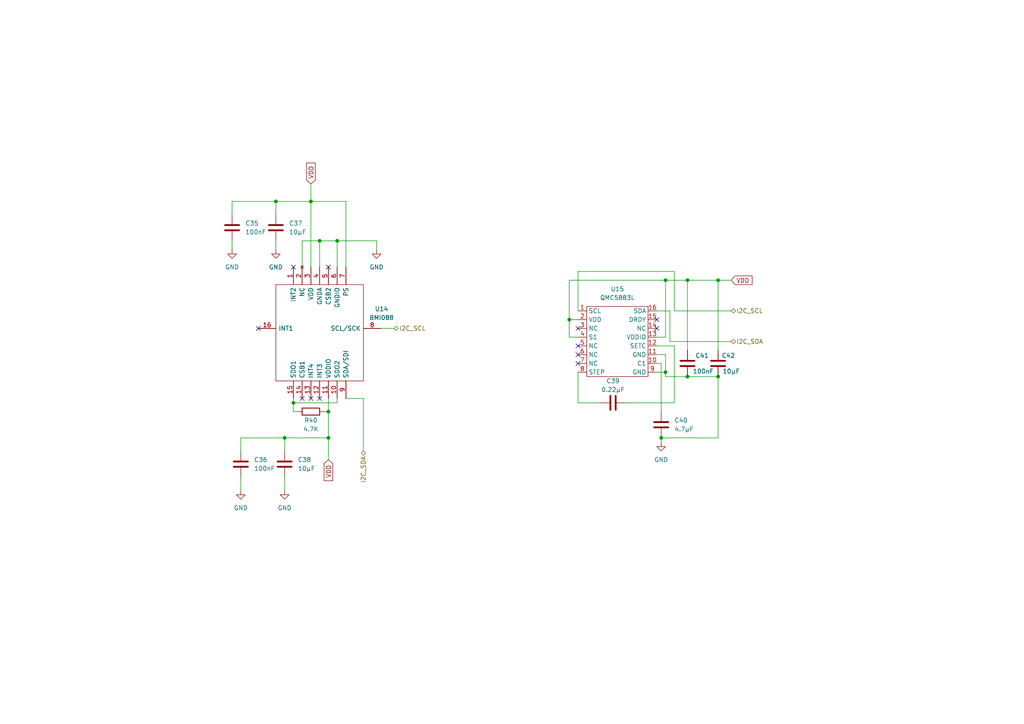
<source format=kicad_sch>
(kicad_sch (version 20231120) (generator "eeschema") (generator_version "8.0")
  (paper "A4")
  (lib_symbols
    (symbol "Device:C" (pin_numbers hide) (pin_names (offset 0.254))
      (property "Reference" "C" (at 0.635 2.54 0))
      (property "Value" "C" (at 0.635 -2.54 0))
      (symbol "C_0_1"
        (polyline (pts (xy -2.032 -0.762) (xy 2.032 -0.762)) (stroke (width 0.508)))
        (polyline (pts (xy -2.032 0.762) (xy 2.032 0.762)) (stroke (width 0.508)))
      )
      (symbol "C_1_1"
        (pin passive line (at 0 3.81 270) (length 2.794) (name "~") (number "1"))
        (pin passive line (at 0 -3.81 90) (length 2.794) (name "~") (number "2"))
      )
    )
    (symbol "Device:R" (pin_numbers hide) (pin_names (offset 0))
      (property "Reference" "R" (at 2.032 0 90))
      (property "Value" "R" (at 0 0 90))
      (symbol "R_0_1"
        (rectangle (start -1.016 -2.54) (end 1.016 2.54) (stroke (width 0.254)))
      )
      (symbol "R_1_1"
        (pin passive line (at 0 3.81 270) (length 1.27) (name "~") (number "1"))
        (pin passive line (at 0 -3.81 90) (length 1.27) (name "~") (number "2"))
      )
    )
    (symbol "SamacSys_Parts:BMI088" (pin_names (offset 0.762))
      (property "Reference" "IC" (at 31.75 17.78 0))
      (property "Value" "BMI088" (at 31.75 15.24 0))
      (symbol "BMI088_0_0"
        (pin passive line (at 10.16 17.78 270) (length 5.08) (name "INT2") (number "1"))
        (pin passive line (at 22.86 -20.32 90) (length 5.08) (name "SDO2") (number "10"))
        (pin passive line (at 20.32 -20.32 90) (length 5.08) (name "VDDIO") (number "11"))
        (pin passive line (at 17.78 -20.32 90) (length 5.08) (name "INT3") (number "12"))
        (pin passive line (at 15.24 -20.32 90) (length 5.08) (name "INT4") (number "13"))
        (pin passive line (at 12.7 -20.32 90) (length 5.08) (name "CSB1") (number "14"))
        (pin passive line (at 10.16 -20.32 90) (length 5.08) (name "SDO1") (number "15"))
        (pin passive line (at 0 0 0) (length 5.08) (name "INT1") (number "16"))
        (pin no_connect line (at 12.7 17.78 270) (length 5.08) (name "NC") (number "2"))
        (pin passive line (at 15.24 17.78 270) (length 5.08) (name "VDD") (number "3"))
        (pin passive line (at 17.78 17.78 270) (length 5.08) (name "GNDA") (number "4"))
        (pin passive line (at 20.32 17.78 270) (length 5.08) (name "CSB2") (number "5"))
        (pin passive line (at 22.86 17.78 270) (length 5.08) (name "GNDIO") (number "6"))
        (pin passive line (at 25.4 17.78 270) (length 5.08) (name "PS") (number "7"))
        (pin passive line (at 35.56 0 180) (length 5.08) (name "SCL/SCK") (number "8"))
        (pin passive line (at 25.4 -20.32 90) (length 5.08) (name "SDA/SDI") (number "9"))
      )
      (symbol "BMI088_0_1"
        (polyline (pts (xy 5.08 12.7) (xy 30.48 12.7) (xy 30.48 -15.24) (xy 5.08 -15.24) (xy 5.08 12.7)) (stroke (width 0.1524)))
      )
    )
    (symbol "WOBCLibrary:_QMC5883L"
      (property "Reference" "U" (at 0 2.54 0))
      (property "シンボル名" "_QMC5883L" (at 0 0 0))
      (symbol "_QMC5883L_0_1"
        (rectangle (start -8.89 -2.54) (end 8.89 -22.86))
      )
      (symbol "_QMC5883L_1_1"
        (pin input line (at -11.43 -3.81 0) (length 2.54) (name "SCL") (number "1"))
        (pin input line (at 11.43 -19.05 180) (length 2.54) (name "C1") (number "10"))
        (pin input line (at 11.43 -16.51 180) (length 2.54) (name "GND") (number "11"))
        (pin input line (at 11.43 -13.97 180) (length 2.54) (name "SETC") (number "12"))
        (pin input line (at 11.43 -11.43 180) (length 2.54) (name "VDDIO") (number "13"))
        (pin input line (at 11.43 -8.89 180) (length 2.54) (name "NC") (number "14"))
        (pin input line (at 11.43 -6.35 180) (length 2.54) (name "DRDY") (number "15"))
        (pin input line (at 11.43 -3.81 180) (length 2.54) (name "SDA") (number "16"))
        (pin input line (at -11.43 -6.35 0) (length 2.54) (name "VDD") (number "2"))
        (pin input line (at -11.43 -8.89 0) (length 2.54) (name "NC") (number "3"))
        (pin input line (at -11.43 -11.43 0) (length 2.54) (name "S1") (number "4"))
        (pin input line (at -11.43 -13.97 0) (length 2.54) (name "NC") (number "5"))
        (pin input line (at -11.43 -16.51 0) (length 2.54) (name "NC") (number "6"))
        (pin input line (at -11.43 -19.05 0) (length 2.54) (name "NC") (number "7"))
        (pin input line (at -11.43 -21.59 0) (length 2.54) (name "STEP") (number "8"))
        (pin input line (at 11.43 -21.59 180) (length 2.54) (name "GND") (number "9"))
      )
    )
    (symbol "power:GND" (power) (pin_names (offset 0))
      (property "Value" "GND" (at 0 -3.81 0))
      (symbol "GND_0_1"
        (polyline (pts (xy 0 0) (xy 0 -1.27) (xy 1.27 -1.27) (xy 0 -2.54) (xy -1.27 -1.27) (xy 0 -1.27)))
      )
      (symbol "GND_1_1"
        (pin power_in line (at 0 0 270) (length 0) hide (name "GND") (number "1"))
      )
    )
  )
  (junction (at 95.25 127))
  (junction (at 193.04 107.95))
  (junction (at 208.28 109.22))
  (junction (at 191.77 127))
  (junction (at 85.09 116.84))
  (junction (at 82.55 127))
  (junction (at 208.28 81.28))
  (junction (at 97.79 69.85))
  (junction (at 80.01 58.42))
  (junction (at 193.04 81.28))
  (junction (at 90.17 58.42))
  (junction (at 92.71 69.85))
  (junction (at 199.39 81.28))
  (junction (at 95.25 119.38))
  (junction (at 199.39 109.22))
  (junction (at 165.1 92.71))
  (no_connect (at 90.17 115.57))
  (no_connect (at 190.5 92.71))
  (no_connect (at 167.64 100.33))
  (no_connect (at 85.09 77.47))
  (no_connect (at 95.25 77.47))
  (no_connect (at 92.71 115.57))
  (no_connect (at 167.64 95.25))
  (no_connect (at 87.63 115.57))
  (no_connect (at 190.5 95.25))
  (no_connect (at 74.93 95.25))
  (no_connect (at 167.64 102.87))
  (no_connect (at 167.64 105.41))
  (wire (pts (xy 80.01 69.85) (xy 80.01 72.39)))
  (wire (pts (xy 100.33 58.42) (xy 90.17 58.42)))
  (wire (pts (xy 87.63 69.85) (xy 92.71 69.85)))
  (wire (pts (xy 97.79 69.85) (xy 109.22 69.85)))
  (wire (pts (xy 86.36 119.38) (xy 85.09 119.38)))
  (wire (pts (xy 167.64 107.95) (xy 167.64 116.84)))
  (wire (pts (xy 165.1 97.79) (xy 167.64 97.79)))
  (wire (pts (xy 165.1 81.28) (xy 165.1 92.71)))
  (wire (pts (xy 67.31 58.42) (xy 80.01 58.42)))
  (wire (pts (xy 208.28 127) (xy 191.77 127)))
  (wire (pts (xy 167.64 92.71) (xy 165.1 92.71)))
  (wire (pts (xy 97.79 69.85) (xy 97.79 77.47)))
  (wire (pts (xy 90.17 53.34) (xy 90.17 58.42)))
  (wire (pts (xy 80.01 62.23) (xy 80.01 58.42)))
  (wire (pts (xy 105.41 115.57) (xy 105.41 130.81)))
  (wire (pts (xy 191.77 127) (xy 191.77 128.27)))
  (wire (pts (xy 85.09 116.84) (xy 85.09 115.57)))
  (wire (pts (xy 208.28 81.28) (xy 212.09 81.28)))
  (wire (pts (xy 167.64 90.17) (xy 167.64 78.74)))
  (wire (pts (xy 69.85 130.81) (xy 69.85 127)))
  (wire (pts (xy 190.5 97.79) (xy 193.04 97.79)))
  (wire (pts (xy 92.71 69.85) (xy 97.79 69.85)))
  (wire (pts (xy 92.71 69.85) (xy 92.71 77.47)))
  (wire (pts (xy 85.09 119.38) (xy 85.09 116.84)))
  (wire (pts (xy 95.25 119.38) (xy 95.25 127)))
  (wire (pts (xy 191.77 105.41) (xy 191.77 119.38)))
  (wire (pts (xy 190.5 107.95) (xy 193.04 107.95)))
  (wire (pts (xy 190.5 100.33) (xy 195.58 100.33)))
  (wire (pts (xy 69.85 138.43) (xy 69.85 142.24)))
  (wire (pts (xy 195.58 100.33) (xy 195.58 116.84)))
  (wire (pts (xy 93.98 119.38) (xy 95.25 119.38)))
  (wire (pts (xy 195.58 90.17) (xy 212.09 90.17)))
  (wire (pts (xy 95.25 127) (xy 95.25 133.35)))
  (wire (pts (xy 193.04 81.28) (xy 193.04 97.79)))
  (wire (pts (xy 80.01 58.42) (xy 90.17 58.42)))
  (wire (pts (xy 199.39 81.28) (xy 199.39 101.6)))
  (wire (pts (xy 194.31 99.06) (xy 212.09 99.06)))
  (wire (pts (xy 110.49 95.25) (xy 114.3 95.25)))
  (wire (pts (xy 199.39 81.28) (xy 208.28 81.28)))
  (wire (pts (xy 67.31 69.85) (xy 67.31 72.39)))
  (wire (pts (xy 97.79 115.57) (xy 97.79 116.84)))
  (wire (pts (xy 193.04 81.28) (xy 165.1 81.28)))
  (wire (pts (xy 195.58 116.84) (xy 181.61 116.84)))
  (wire (pts (xy 90.17 58.42) (xy 90.17 77.47)))
  (wire (pts (xy 82.55 130.81) (xy 82.55 127)))
  (wire (pts (xy 97.79 116.84) (xy 85.09 116.84)))
  (wire (pts (xy 199.39 109.22) (xy 208.28 109.22)))
  (wire (pts (xy 167.64 116.84) (xy 173.99 116.84)))
  (wire (pts (xy 190.5 90.17) (xy 194.31 90.17)))
  (wire (pts (xy 100.33 77.47) (xy 100.33 58.42)))
  (wire (pts (xy 67.31 62.23) (xy 67.31 58.42)))
  (wire (pts (xy 82.55 127) (xy 95.25 127)))
  (wire (pts (xy 193.04 102.87) (xy 193.04 107.95)))
  (wire (pts (xy 193.04 81.28) (xy 199.39 81.28)))
  (wire (pts (xy 165.1 92.71) (xy 165.1 97.79)))
  (wire (pts (xy 194.31 90.17) (xy 194.31 99.06)))
  (wire (pts (xy 190.5 105.41) (xy 191.77 105.41)))
  (wire (pts (xy 193.04 109.22) (xy 193.04 107.95)))
  (wire (pts (xy 193.04 109.22) (xy 199.39 109.22)))
  (wire (pts (xy 208.28 109.22) (xy 208.28 127)))
  (wire (pts (xy 87.63 77.47) (xy 87.63 69.85)))
  (wire (pts (xy 109.22 69.85) (xy 109.22 72.39)))
  (wire (pts (xy 105.41 115.57) (xy 100.33 115.57)))
  (wire (pts (xy 208.28 81.28) (xy 208.28 101.6)))
  (wire (pts (xy 195.58 78.74) (xy 195.58 90.17)))
  (wire (pts (xy 82.55 138.43) (xy 82.55 142.24)))
  (wire (pts (xy 167.64 78.74) (xy 195.58 78.74)))
  (wire (pts (xy 69.85 127) (xy 82.55 127)))
  (wire (pts (xy 190.5 102.87) (xy 193.04 102.87)))
  (wire (pts (xy 95.25 115.57) (xy 95.25 119.38)))
  (global_label "VDD" (shape input) (at 212.09 81.28 0) (property "Intersheetrefs" "${INTERSHEET_REFS}" (effects (hide yes))))
  (global_label "VDD" (shape input) (at 95.25 133.35 270) (property "Intersheetrefs" "${INTERSHEET_REFS}" (effects (hide yes))))
  (global_label "VDD" (shape input) (at 90.17 53.34 90) (property "Intersheetrefs" "${INTERSHEET_REFS}" (effects (hide yes))))
  (hierarchical_label "I2C_SDA" (shape bidirectional) (at 212.09 99.06 0))
  (hierarchical_label "I2C_SCL" (shape bidirectional) (at 114.3 95.25 0))
  (hierarchical_label "I2C_SDA" (shape bidirectional) (at 105.41 130.81 270))
  (hierarchical_label "I2C_SCL" (shape bidirectional) (at 212.09 90.17 0))
  (symbol (lib_id "Device:C") (at 69.85 134.62 0) (unit 1)
    (property "Reference" "C36" (at 73.66 133.35 0) (effects (justify left)))
    (property "Value" "100nF" (at 73.66 135.89 0) (effects (justify left)))
    (property "Footprint" "Capacitor_SMD:C_0402_1005Metric" (effects (hide yes)))
    (property "LCSC" "C1525" (effects (hide yes)))
  )
  (symbol (lib_id "SamacSys_Parts:BMI088") (at 74.93 95.25 0) (unit 1)
    (property "Reference" "U14" (at 110.683 89.6054 0))
    (property "Value" "BMI088" (at 110.683 92.1454 0))
    (property "Footprint" "WOBClibraries:BMI088" (effects (hide yes)))
    (property "Datasheet" "http://uk.rs-online.com/web/p/products/2457367P" (effects (hide yes)))
    (property "Description" "Inertial Measurement Unit Digital Output 2.5V/3.3V Automotive" (effects (hide yes)))
    (property "Height" "1.45" (effects (hide yes)))
    (property "RS Part Number" "2457367P" (effects (hide yes)))
    (property "RS Price/Stock" "http://uk.rs-online.com/web/p/products/2457367P" (effects (hide yes)))
    (property "Manufacturer_Name" "BOSCH" (effects (hide yes)))
    (property "Manufacturer_Part_Number" "BMI088" (effects (hide yes)))
    (property "LCSC" "C194919" (effects (hide yes)))
  )
  (symbol (lib_id "power:GND") (at 109.22 72.39 0) (unit 1)
    (property "Reference" "#PWR084" (effects (hide yes)))
    (property "Value" "GND" (at 109.22 77.47 0))
  )
  (symbol (lib_id "Device:C") (at 199.39 105.41 0) (unit 1)
    (property "Reference" "C41" (at 201.676 103.124 0) (effects (justify left)))
    (property "Value" "100nF" (at 200.914 107.696 0) (effects (justify left)))
    (property "Footprint" "Capacitor_SMD:C_0402_1005Metric" (effects (hide yes)))
    (property "LCSC" "C1525" (effects (hide yes)))
  )
  (symbol (lib_id "Device:C") (at 82.55 134.62 0) (unit 1)
    (property "Reference" "C38" (at 86.36 133.35 0) (effects (justify left)))
    (property "Value" "10μF" (at 86.36 135.89 0) (effects (justify left)))
    (property "Footprint" "Capacitor_SMD:C_0603_1608Metric" (effects (hide yes)))
    (property "LCSC" "C96446" (effects (hide yes)))
  )
  (symbol (lib_id "Device:C") (at 208.28 105.41 0) (unit 1)
    (property "Reference" "C42" (at 209.296 103.124 0) (effects (justify left)))
    (property "Value" "10μF" (at 209.55 107.696 0) (effects (justify left)))
    (property "Footprint" "Capacitor_SMD:C_0603_1608Metric" (effects (hide yes)))
    (property "LCSC" "C96446" (effects (hide yes)))
  )
  (symbol (lib_id "Device:R") (at 90.17 119.38 90) (unit 1)
    (property "Reference" "R40" (at 90.17 121.92 90))
    (property "Value" "4.7K" (at 90.17 124.46 90))
    (property "Footprint" "Resistor_SMD:R_0402_1005Metric" (effects (hide yes)))
    (property "LCSC" "C25900" (effects (hide yes)))
  )
  (symbol (lib_id "power:GND") (at 191.77 128.27 0) (unit 1)
    (property "Reference" "#PWR085" (effects (hide yes)))
    (property "Value" "GND" (at 191.77 133.35 0))
  )
  (symbol (lib_id "Device:C") (at 67.31 66.04 0) (unit 1)
    (property "Reference" "C35" (at 71.12 64.77 0) (effects (justify left)))
    (property "Value" "100nF" (at 71.12 67.31 0) (effects (justify left)))
    (property "Footprint" "Capacitor_SMD:C_0402_1005Metric" (effects (hide yes)))
    (property "LCSC" "C1525" (effects (hide yes)))
  )
  (symbol (lib_id "power:GND") (at 80.01 72.39 0) (unit 1)
    (property "Reference" "#PWR082" (effects (hide yes)))
    (property "Value" "GND" (at 80.01 77.47 0))
  )
  (symbol (lib_id "WOBCLibrary:_QMC5883L") (at 179.07 86.36 0) (unit 1)
    (property "Reference" "U15" (at 179.07 83.82 0))
    (property "Value" "QMC5883L" (at 179.07 86.36 0))
    (property "Footprint" "WOBClibraries:_HMC5883L" (effects (hide yes)))
    (property "シンボル名" "_QMC5883L" (effects (hide yes)))
    (property "LCSC" "C976032" (effects (hide yes)))
  )
  (symbol (lib_id "Device:C") (at 80.01 66.04 0) (unit 1)
    (property "Reference" "C37" (at 83.82 64.77 0) (effects (justify left)))
    (property "Value" "10μF" (at 83.82 67.31 0) (effects (justify left)))
    (property "Footprint" "Capacitor_SMD:C_0603_1608Metric" (effects (hide yes)))
    (property "LCSC" "C96446" (effects (hide yes)))
  )
  (symbol (lib_id "power:GND") (at 82.55 142.24 0) (unit 1)
    (property "Reference" "#PWR083" (effects (hide yes)))
    (property "Value" "GND" (at 82.55 147.32 0))
  )
  (symbol (lib_id "power:GND") (at 69.85 142.24 0) (unit 1)
    (property "Reference" "#PWR081" (effects (hide yes)))
    (property "Value" "GND" (at 69.85 147.32 0))
  )
  (symbol (lib_id "Device:C") (at 177.8 116.84 270) (unit 1)
    (property "Reference" "C39" (at 177.8 110.49 90))
    (property "Value" "0.22μF" (at 177.8 113.03 90))
    (property "Footprint" "Capacitor_SMD:C_0402_1005Metric" (effects (hide yes)))
    (property "LCSC" "C16772" (effects (hide yes)))
  )
  (symbol (lib_id "power:GND") (at 67.31 72.39 0) (unit 1)
    (property "Reference" "#PWR080" (effects (hide yes)))
    (property "Value" "GND" (at 67.31 77.47 0))
  )
  (symbol (lib_id "Device:C") (at 191.77 123.19 0) (unit 1)
    (property "Reference" "C40" (at 195.58 121.92 0) (effects (justify left)))
    (property "Value" "4.7μF" (at 195.58 124.46 0) (effects (justify left)))
    (property "Footprint" "Capacitor_SMD:C_0603_1608Metric" (effects (hide yes)))
    (property "LCSC" "C19666" (effects (hide yes)))
  )
)
</source>
